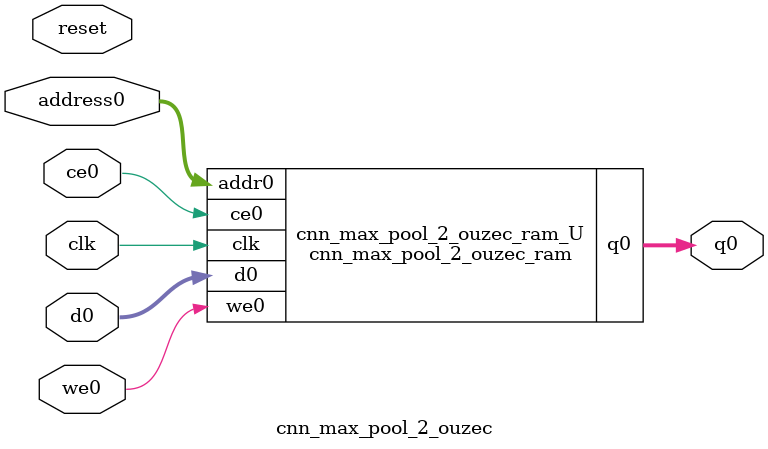
<source format=v>
`timescale 1 ns / 1 ps
module cnn_max_pool_2_ouzec_ram (addr0, ce0, d0, we0, q0,  clk);

parameter DWIDTH = 14;
parameter AWIDTH = 9;
parameter MEM_SIZE = 400;

input[AWIDTH-1:0] addr0;
input ce0;
input[DWIDTH-1:0] d0;
input we0;
output reg[DWIDTH-1:0] q0;
input clk;

(* ram_style = "block" *)reg [DWIDTH-1:0] ram[0:MEM_SIZE-1];




always @(posedge clk)  
begin 
    if (ce0) 
    begin
        if (we0) 
        begin 
            ram[addr0] <= d0; 
        end 
        q0 <= ram[addr0];
    end
end


endmodule

`timescale 1 ns / 1 ps
module cnn_max_pool_2_ouzec(
    reset,
    clk,
    address0,
    ce0,
    we0,
    d0,
    q0);

parameter DataWidth = 32'd14;
parameter AddressRange = 32'd400;
parameter AddressWidth = 32'd9;
input reset;
input clk;
input[AddressWidth - 1:0] address0;
input ce0;
input we0;
input[DataWidth - 1:0] d0;
output[DataWidth - 1:0] q0;



cnn_max_pool_2_ouzec_ram cnn_max_pool_2_ouzec_ram_U(
    .clk( clk ),
    .addr0( address0 ),
    .ce0( ce0 ),
    .we0( we0 ),
    .d0( d0 ),
    .q0( q0 ));

endmodule


</source>
